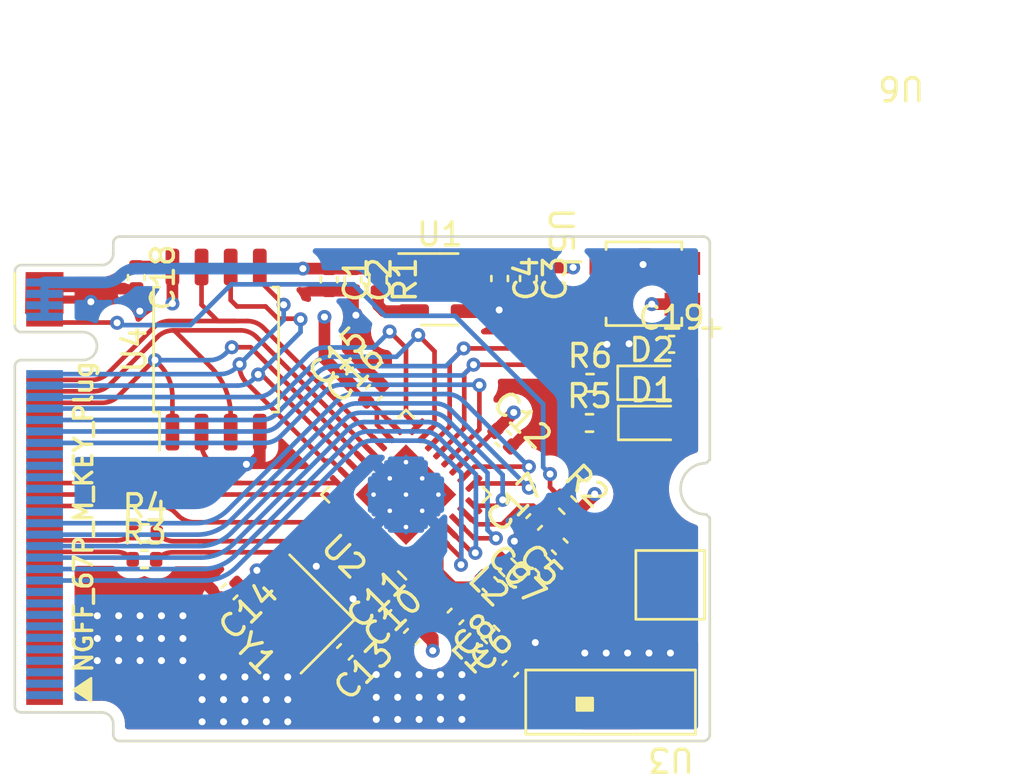
<source format=kicad_pcb>
(kicad_pcb (version 20211014) (generator pcbnew)
  (layers (0 "F.Cu" signal) (1 "In1.Cu" signal) (2 "In2.Cu" signal) (31 "B.Cu" signal) (34 "B.Paste" user) (35 "F.Paste" user) (36 "B.SilkS" user "B.Silkscreen") (37 "F.SilkS" user "F.Silkscreen") (38 "B.Mask" user) (39 "F.Mask" user) (44 "Edge.Cuts" user))
  (net 0 "")
  (net 2 "/GPIO0")
  (net 3 "/GPIO1")
  (net 4 "/GPIO2")
  (net 5 "/GPIO3")
  (net 6 "/GPIO4")
  (net 7 "/GPIO5")
  (net 8 "/GPIO6")
  (net 9 "/GPIO7")
  (net 10 "/GPIO8")
  (net 11 "/GPIO9")
  (net 12 "/GPIO10")
  (net 13 "/GPIO12")
  (net 14 "/GPIO13")
  (net 15 "/GPIO14")
  (net 16 "/GPIO18")
  (net 17 "/GPIO19")
  (net 18 "/U0RXD")
  (net 19 "/U0TXD")
  (net 20 "Net-(C6-Pad2)")
  (net 21 "Net-(C8-Pad1)")
  (net 22 "Net-(C9-Pad1)")
  (net 23 "Net-(C13-Pad1)")
  (net 24 "Net-(C14-Pad1)")
  (net 25 "/GPIO15")
  (net 26 "/GPIO16")
  (net 27 "/GPIO17")
  (net 28 "/GPIO21")
  (net 29 "/GPIO20")
  (net 33 "GND")
  (net 34 "+5V")
  (net 35 "/CHIP_EN")
  (net 36 "Net-(R1-Pad2)")
  (net 37 "+3V3")
  (net 72 "Net-(D1-Pad1)")
  (net 74 "Net-(D2-Pad1)")
  (footprint "Capacitor_SMD:C_0402_1005Metric" (layer "F.Cu") (at 96.5708 68.9356 -45)
    (fp_text reference "C12")
    (fp_text value "C")
  )
  (footprint "Resistor_SMD:R_0402_1005Metric" (layer "F.Cu") (at 100.332 68.2498)
    (fp_text reference "R5")
    (fp_text value "10K")
  )
  (footprint "Capacitor_SMD:C_0402_1005Metric" (layer "F.Cu") (at 99.0346 73.6346 135)
    (fp_text reference "C5")
    (fp_text value "10uF")
  )
  (footprint "Capacitor_SMD:C_0402_1005Metric" (layer "F.Cu") (at 96.41321 61.9506 -90)
    (fp_text reference "C4")
    (fp_text value "0.1uF")
  )
  (footprint "Capacitor_SMD:C_0402_1005Metric" (layer "F.Cu") (at 89.662 78.232 -135)
    (fp_text reference "C13")
    (fp_text value "10pF")
  )
  (footprint "Capacitor_SMD:C_0402_1005Metric" (layer "F.Cu") (at 91.855611 76.749589 45)
    (fp_text reference "C11")
    (fp_text value "1uF")
  )
  (footprint "LED_SMD:LED_0603_1608Metric" (layer "F.Cu") (at 103.0478 66.4972)
    (fp_text reference "D2")
    (fp_text value "LED")
  )
  (footprint "Capacitor_SMD:C_0402_1005Metric" (layer "F.Cu") (at 90.179497 66.17282 45)
    (fp_text reference "C15")
    (fp_text value "0.1uF")
  )
  (footprint "Capacitor_SMD:C_0402_1005Metric" (layer "F.Cu") (at 96.880624 78.973624 45)
    (fp_text reference "C6")
    (fp_text value "1.5pF")
  )
  (footprint "Capacitor_SMD:C_0402_1005Metric" (layer "F.Cu") (at 80.5688 61.909819 -90)
    (fp_text reference "C18")
    (fp_text value "0.1uF")
  )
  (footprint "Resistor_SMD:R_0402_1005Metric" (layer "F.Cu") (at 99.3902 71.8312 -45)
    (fp_text reference "R2")
    (fp_text value "10K")
  )
  (footprint "Package_DFN_QFN:QFN-32-1EP_5x5mm_P0.5mm_EP3.1x3.1mm_ThermalVias" (layer "F.Cu") (at 92.329 71.374 135)
    (fp_text reference "U2")
    (fp_text value "ESP32_C3_QFN_32")
  )
  (footprint "Resistor_SMD:R_0402_1005Metric" (layer "F.Cu") (at 100.3554 66.4972)
    (fp_text reference "R6")
    (fp_text value "10K")
  )
  (footprint "Capacitor_SMD:C_0402_1005Metric" (layer "F.Cu") (at 97.663 61.9506 -90)
    (fp_text reference "C3")
    (fp_text value "10uF")
  )
  (footprint "Resistor_SMD:R_0402_1005Metric" (layer "F.Cu") (at 80.9498 73.0504)
    (fp_text reference "R4")
    (fp_text value "499")
  )
  (footprint "mylib:ANT_2051" (layer "F.Cu") (at 104.951 81.823 180)
    (fp_text reference "U3")
    (fp_text value "ANT2051")
  )
  (footprint "Capacitor_SMD:C_0402_1005Metric" (layer "F.Cu") (at 97.917 72.5678 45)
    (fp_text reference "C17")
    (fp_text value "1uF")
  )
  (footprint "Capacitor_SMD:C_0402_1005Metric" (layer "F.Cu") (at 90.0176 62.0014 -90)
    (fp_text reference "C2")
    (fp_text value "0.1uF")
  )
  (footprint "Capacitor_SMD:C_0402_1005Metric" (layer "F.Cu") (at 96.012 75.311 -45)
    (fp_text reference "C9")
    (fp_text value "0.1uF")
  )
  (footprint "mylib:IPEX_ANT" (layer "F.Cu") (at 103.852 73.811 -90)
    (fp_text reference "U5")
    (fp_text value "IPEX_ANT")
  )
  (footprint "Capacitor_SMD:C_0402_1005Metric" (layer "F.Cu") (at 98.298 74.4474 135)
    (fp_text reference "C7")
    (fp_text value "0.1uF")
  )
  (footprint "Resistor_SMD:R_0402_1005Metric" (layer "F.Cu") (at 80.9244 74.1934)
    (fp_text reference "R3")
    (fp_text value "499")
  )
  (footprint "Resistor_SMD:R_0402_1005Metric" (layer "F.Cu") (at 96.774 74.549 135)
    (fp_text reference "L2")
    (fp_text value "2nH")
  )
  (footprint "Package_SO:SOIC-8_5.23x5.23mm_P1.27mm" (layer "F.Cu") (at 84.0486 65.0494 90)
    (fp_text reference "U4")
    (fp_text value "W25Q32JVSS")
  )
  (footprint "Package_TO_SOT_SMD:SOT-23-5" (layer "F.Cu") (at 93.805538 62.423004)
    (fp_text reference "U1")
    (fp_text value "RT9013")
  )
  (footprint "mylib:LED_SMT_4P_3535" (layer "F.Cu") (at 104.3805 63.07455 180)
    (fp_text reference "U6")
    (fp_text value "WS2812_3535")
  )
  (footprint "LED_SMD:LED_0603_1608Metric" (layer "F.Cu") (at 103.0732 68.2498)
    (fp_text reference "D1")
    (fp_text value "LED")
  )
  (footprint "Capacitor_SMD:C_0402_1005Metric" (layer "F.Cu") (at 92.583 77.5716 45)
    (fp_text reference "C10")
    (fp_text value "10uF")
  )
  (footprint "Resistor_SMD:R_0402_1005Metric" (layer "F.Cu") (at 96.012 77.47 135)
    (fp_text reference "L1")
    (fp_text value "3nH")
  )
  (footprint "Capacitor_SMD:C_0402_1005Metric" (layer "F.Cu") (at 94.488 76.687624 -135)
    (fp_text reference "C8")
    (fp_text value "0.8pF")
  )
  (footprint "Capacitor_SMD:C_0402_1005Metric" (layer "F.Cu") (at 103.9114 64.8208)
    (fp_text reference "C19")
    (fp_text value "10pF")
  )
  (footprint "Capacitor_SMD:C_0402_1005Metric" (layer "F.Cu") (at 90.932 66.929 45)
    (fp_text reference "C16")
    (fp_text value "0.1uF")
  )
  (footprint "Resistor_SMD:R_0402_1005Metric" (layer "F.Cu") (at 91.1098 62.0014 -90)
    (fp_text reference "R1")
    (fp_text value "100K")
  )
  (footprint "Capacitor_SMD:C_0402_1005Metric" (layer "F.Cu") (at 84.6395 75.60293 -135)
    (fp_text reference "C14")
    (fp_text value "10pF")
  )
  (footprint "mylib:NGFF_2230_67P_P0.5_M_KEY_Plug_复制(copy)" (layer "F.Cu") (at 76.5683 71.12 90)
    (fp_text reference "J1" hide)
    (fp_text value "NGFF_67P_M_KEY_Plug")
    (fp_line (start 1.27 29.0068) (end 1.1176 28.8544) (layer "Edge.Cuts") (width 0.1))
    (fp_line (start -1.27 29.0068) (end -1.1176 28.8544) (layer "Edge.Cuts") (width 0.1))
    (fp_line (start -10.7188 2.9972) (end -10.2616 2.9972) (layer "Edge.Cuts") (width 0.1))
    (fp_line (start 9.7536 2.4892) (end 9.7536 -1.016) (layer "Edge.Cuts") (width 0.1))
    (fp_line (start 5.6134 1.6764) (end 5.6134 -1.016) (layer "Edge.Cuts") (width 0.1))
    (fp_line (start 6.8326 1.6764) (end 6.8326 -1.016) (layer "Edge.Cuts") (width 0.1))
    (fp_line (start -9.7536 2.4892) (end -9.7536 -1.016) (layer "Edge.Cuts") (width 0.1))
    (fp_line (start 10.7188 2.9972) (end 10.2616 2.9972) (layer "Edge.Cuts") (width 0.1))
    (fp_line (start -10.9982 28.7274) (end -10.9982 3.2766) (layer "Edge.Cuts") (width 0.1))
    (fp_line (start 10.9982 28.7274) (end 10.9982 3.2766) (layer "Edge.Cuts") (width 0.1))
    (fp_line (start 1.27 29.0068) (end 10.7188 29.0068) (layer "Edge.Cuts") (width 0.1))
    (fp_line (start -9.4742 -1.2954) (end 5.334 -1.2954) (layer "Edge.Cuts") (width 0.1))
    (fp_line (start -10.7188 29.0068) (end -1.27 29.0068) (layer "Edge.Cuts") (width 0.1))
    (fp_arc (start 10.9982 28.7274) (mid 10.916366 28.924966) (end 10.7188 29.0068) (layer "Edge.Cuts") (width 0.1))
    (fp_arc (start -9.7536 -1.016) (mid -9.671766 -1.213566) (end -9.4742 -1.2954) (layer "Edge.Cuts") (width 0.1))
    (fp_arc (start -9.7536 2.4892) (mid -9.90239 2.84841) (end -10.2616 2.9972) (layer "Edge.Cuts") (width 0.1))
    (fp_arc (start 6.8326 1.6764) (mid 6.223 2.286) (end 5.6134 1.6764) (layer "Edge.Cuts") (width 0.1))
    (fp_arc (start 6.8326 -1.016) (mid 6.914434 -1.213566) (end 7.112 -1.2954) (layer "Edge.Cuts") (width 0.1))
    (fp_arc (start -10.9982 3.2766) (mid -10.916366 3.079034) (end -10.7188 2.9972) (layer "Edge.Cuts") (width 0.1))
    (fp_arc (start -1.1176 28.8544) (mid 0 27.7368) (end 1.1176 28.8544) (layer "Edge.Cuts") (width 0.1))
    (fp_arc (start 9.4742 -1.2954) (mid 9.671766 -1.213566) (end 9.7536 -1.016) (layer "Edge.Cuts") (width 0.1))
    (fp_arc (start 10.7188 2.9972) (mid 10.916366 3.079034) (end 10.9982 3.2766) (layer "Edge.Cuts") (width 0.1))
    (fp_arc (start 10.2616 2.9972) (mid 9.90239 2.84841) (end 9.7536 2.4892) (layer "Edge.Cuts") (width 0.1))
    (fp_arc (start -10.7188 29.0068) (mid -10.916366 28.924966) (end -10.9982 28.7274) (layer "Edge.Cuts") (width 0.1))
    (fp_arc (start 5.334 -1.2954) (mid 5.531566 -1.213566) (end 5.6134 -1.016) (layer "Edge.Cuts") (width 0.1))
  )
  (footprint "Crystal:Crystal_SMD_3225-4Pin_3.2x2.5mm" (layer "F.Cu") (at 87.503 76.581 135)
    (fp_text reference "Y1")
    (fp_text value "Crystal_GND24")
  )
  (footprint "Capacitor_SMD:C_0402_1005Metric" (layer "F.Cu") (at 88.9762 62.0014 -90)
    (fp_text reference "C1")
    (fp_text value "10uF")
  )
  (segment (start 94.727572 74.128172) (end 93.875796 73.276396) (width 0.2032) (layer "F.Cu") (net 2))
  (segment (start 93.875796 73.276396) (end 93.875796 73.274349) (width 0.2032) (layer "F.Cu") (net 2))
  (segment (start 94.727572 74.434023) (end 94.727572 74.128172) (width 0.2032) (layer "F.Cu") (net 2))
  (via (at 94.727572 74.434023) (size 0.6096) (drill 0.3048) (layers "F.Cu" "B.Cu") (net 2))
  (segment (start 90.162843 69.314293) (end 84.942922 74.534214) (width 0.2032) (layer "B.Cu") (net 2))
  (segment (start 94.742 74.419595) (end 94.742 70.4342) (width 0.2032) (layer "B.Cu") (net 2))
  (segment (start 94.727572 74.434023) (end 94.742 74.419595) (width 0.2032) (layer "B.Cu") (net 2))
  (segment (start 83.528709 75.12) (end 76.5683 75.12) (width 0.2032) (layer "B.Cu") (net 2))
  (segment (start 94.742 70.4342) (end 93.622093 69.314293) (width 0.2032) (layer "B.Cu") (net 2))
  (segment (start 92.914986 69.0214) (end 90.86995 69.0214) (width 0.2032) (layer "B.Cu") (net 2))
  (arc (start 93.622093 69.314293) (mid 93.29767 69.09752) (end 92.914986 69.0214) (width 0.2032) (layer "B.Cu") (net 2))
  (arc (start 84.942922 74.534214) (mid 84.294076 74.967759) (end 83.528709 75.12) (width 0.2032) (layer "B.Cu") (net 2))
  (arc (start 90.162843 69.314293) (mid 90.487266 69.09752) (end 90.86995 69.0214) (width 0.2032) (layer "B.Cu") (net 2))
  (segment (start 95.3516 73.914) (end 95.2246 73.914) (width 0.2032) (layer "F.Cu") (net 3))
  (segment (start 94.231396 72.920796) (end 94.229349 72.920796) (width 0.2032) (layer "F.Cu") (net 3))
  (segment (start 95.2246 73.914) (end 94.231396 72.920796) (width 0.2032) (layer "F.Cu") (net 3))
  (via (at 95.3516 73.914) (size 0.6096) (drill 0.3048) (layers "F.Cu" "B.Cu") (net 3))
  (segment (start 89.994507 68.907893) (end 84.868186 74.034214) (width 0.2032) (layer "B.Cu") (net 3))
  (segment (start 95.377 70.494464) (end 93.790429 68.907893) (width 0.2032) (layer "B.Cu") (net 3))
  (segment (start 95.3516 73.914) (end 95.377 73.8886) (width 0.2032) (layer "B.Cu") (net 3))
  (segment (start 93.083322 68.615) (end 90.701614 68.615) (width 0.2032) (layer "B.Cu") (net 3))
  (segment (start 83.453973 74.62) (end 76.5683 74.62) (width 0.2032) (layer "B.Cu") (net 3))
  (segment (start 95.377 73.8886) (end 95.377 70.494464) (width 0.2032) (layer "B.Cu") (net 3))
  (arc (start 89.994507 68.907893) (mid 90.31893 68.69112) (end 90.701614 68.615) (width 0.2032) (layer "B.Cu") (net 3))
  (arc (start 84.868186 74.034214) (mid 84.21934 74.467759) (end 83.453973 74.62) (width 0.2032) (layer "B.Cu") (net 3))
  (arc (start 93.790429 68.907893) (mid 93.466006 68.69112) (end 93.083322 68.615) (width 0.2032) (layer "B.Cu") (net 3))
  (segment (start 95.3003 73.2785) (end 94.589043 72.567243) (width 0.2032) (layer "F.Cu") (net 4))
  (segment (start 94.589043 72.567243) (end 94.582903 72.567243) (width 0.2032) (layer "F.Cu") (net 4))
  (segment (start 96.251166 73.2785) (end 95.3003 73.2785) (width 0.2032) (layer "F.Cu") (net 4))
  (via (at 96.251166 73.2785) (size 0.6096) (drill 0.3048) (layers "F.Cu" "B.Cu") (net 4))
  (segment (start 83.379373 74.12) (end 76.5683 74.12) (width 0.2032) (layer "B.Cu") (net 4))
  (segment (start 96.251166 73.2785) (end 95.885 72.912334) (width 0.2032) (layer "B.Cu") (net 4))
  (segment (start 95.885 70.427728) (end 93.958765 68.501493) (width 0.2032) (layer "B.Cu") (net 4))
  (segment (start 93.251658 68.2086) (end 90.533414 68.2086) (width 0.2032) (layer "B.Cu") (net 4))
  (segment (start 89.826307 68.501493) (end 84.793586 73.534214) (width 0.2032) (layer "B.Cu") (net 4))
  (segment (start 95.885 72.912334) (end 95.885 70.427728) (width 0.2032) (layer "B.Cu") (net 4))
  (arc (start 84.793586 73.534214) (mid 84.14474 73.967759) (end 83.379373 74.12) (width 0.2032) (layer "B.Cu") (net 4))
  (arc (start 89.826307 68.501493) (mid 90.15073 68.28472) (end 90.533414 68.2086) (width 0.2032) (layer "B.Cu") (net 4))
  (arc (start 93.251658 68.2086) (mid 93.634341 68.28472) (end 93.958765 68.501493) (width 0.2032) (layer "B.Cu") (net 4))
  (segment (start 96.5454 71.6026) (end 96.287864 71.860136) (width 0.2032) (layer "F.Cu") (net 5))
  (segment (start 96.287864 71.860136) (end 95.29001 71.860136) (width 0.2032) (layer "F.Cu") (net 5))
  (via (at 96.5454 71.6026) (size 0.6096) (drill 0.3048) (layers "F.Cu" "B.Cu") (net 5))
  (segment (start 96.5454 70.513392) (end 94.127101 68.095093) (width 0.2032) (layer "B.Cu") (net 5))
  (segment (start 89.657971 68.095093) (end 84.71885 73.034214) (width 0.2032) (layer "B.Cu") (net 5))
  (segment (start 83.304637 73.62) (end 76.5683 73.62) (width 0.2032) (layer "B.Cu") (net 5))
  (segment (start 96.5454 71.6026) (end 96.5454 70.513392) (width 0.2032) (layer "B.Cu") (net 5))
  (segment (start 93.419994 67.8022) (end 90.365078 67.8022) (width 0.2032) (layer "B.Cu") (net 5))
  (arc (start 93.419994 67.8022) (mid 93.802677 67.87832) (end 94.127101 68.095093) (width 0.2032) (layer "B.Cu") (net 5))
  (arc (start 89.657971 68.095093) (mid 89.982394 67.87832) (end 90.365078 67.8022) (width 0.2032) (layer "B.Cu") (net 5))
  (arc (start 84.71885 73.034214) (mid 84.070004 73.467759) (end 83.304637 73.62) (width 0.2032) (layer "B.Cu") (net 5))
  (segment (start 97.500431 70.887864) (end 95.29001 70.887864) (width 0.2032) (layer "F.Cu") (net 6))
  (segment (start 97.685746 71.073179) (end 97.500431 70.887864) (width 0.2032) (layer "F.Cu") (net 6))
  (via (at 97.685746 71.073179) (size 0.6096) (drill 0.3048) (layers "F.Cu" "B.Cu") (net 6))
  (segment (start 97.679923 71.073179) (end 94.295437 67.688693) (width 0.2032) (layer "B.Cu") (net 6))
  (segment (start 89.489635 67.688693) (end 84.644114 72.534214) (width 0.2032) (layer "B.Cu") (net 6))
  (segment (start 97.685746 71.073179) (end 97.679923 71.073179) (width 0.2032) (layer "B.Cu") (net 6))
  (segment (start 83.229901 73.12) (end 76.5683 73.12) (width 0.2032) (layer "B.Cu") (net 6))
  (segment (start 93.58833 67.3958) (end 90.196742 67.3958) (width 0.2032) (layer "B.Cu") (net 6))
  (arc (start 83.229901 73.12) (mid 83.995268 72.967759) (end 84.644114 72.534214) (width 0.2032) (layer "B.Cu") (net 6))
  (arc (start 93.58833 67.3958) (mid 93.971013 67.47192) (end 94.295437 67.688693) (width 0.2032) (layer "B.Cu") (net 6))
  (arc (start 89.489635 67.688693) (mid 89.814058 67.47192) (end 90.196742 67.3958) (width 0.2032) (layer "B.Cu") (net 6))
  (segment (start 94.936456 70.534311) (end 95.315967 70.1548) (width 0.2032) (layer "F.Cu") (net 7))
  (segment (start 95.315967 70.1548) (end 97.6884 70.1548) (width 0.2032) (layer "F.Cu") (net 7))
  (via (at 97.6884 70.1548) (size 0.6096) (drill 0.3048) (layers "F.Cu" "B.Cu") (net 7))
  (segment (start 89.321299 67.282293) (end 84.569378 72.034214) (width 0.2032) (layer "B.Cu") (net 7))
  (segment (start 83.155165 72.62) (end 76.5683 72.62) (width 0.2032) (layer "B.Cu") (net 7))
  (segment (start 97.6884 70.1548) (end 94.815893 67.282293) (width 0.2032) (layer "B.Cu") (net 7))
  (segment (start 94.108786 66.9894) (end 90.028406 66.9894) (width 0.2032) (layer "B.Cu") (net 7))
  (arc (start 90.028406 66.9894) (mid 89.645723 67.06552) (end 89.321299 67.282293) (width 0.2032) (layer "B.Cu") (net 7))
  (arc (start 94.108786 66.9894) (mid 94.491469 67.06552) (end 94.815893 67.282293) (width 0.2032) (layer "B.Cu") (net 7))
  (arc (start 83.155165 72.62) (mid 83.920532 72.467759) (end 84.569378 72.034214) (width 0.2032) (layer "B.Cu") (net 7))
  (segment (start 95.5294 68.527153) (end 94.229349 69.827204) (width 0.2032) (layer "F.Cu") (net 8))
  (segment (start 95.5294 66.5988) (end 95.5294 68.527153) (width 0.2032) (layer "F.Cu") (net 8))
  (via (at 95.5294 66.5988) (size 0.6096) (drill 0.3048) (layers "F.Cu" "B.Cu") (net 8))
  (segment (start 86.15533 69.12) (end 76.5683 69.12) (width 0.2032) (layer "B.Cu") (net 8))
  (segment (start 95.5294 66.5988) (end 95.5136 66.583) (width 0.2032) (layer "B.Cu") (net 8))
  (segment (start 88.813651 66.875893) (end 86.862437 68.827107) (width 0.2032) (layer "B.Cu") (net 8))
  (segment (start 95.5136 66.583) (end 89.520758 66.583) (width 0.2032) (layer "B.Cu") (net 8))
  (arc (start 86.862437 68.827107) (mid 86.538014 69.04388) (end 86.15533 69.12) (width 0.2032) (layer "B.Cu") (net 8))
  (arc (start 88.813651 66.875893) (mid 89.138074 66.65912) (end 89.520758 66.583) (width 0.2032) (layer "B.Cu") (net 8))
  (segment (start 98.425 65.7098) (end 99.2124 66.4972) (width 0.2032) (layer "F.Cu") (net 9))
  (segment (start 99.2124 66.4972) (end 99.8454 66.4972) (width 0.2032) (layer "F.Cu") (net 9))
  (segment (start 95.2754 65.7098) (end 94.869 66.1162) (width 0.2032) (layer "F.Cu") (net 9))
  (segment (start 94.869 68.480447) (end 93.875796 69.473651) (width 0.2032) (layer "F.Cu") (net 9))
  (segment (start 94.869 66.1162) (end 94.869 68.480447) (width 0.2032) (layer "F.Cu") (net 9))
  (segment (start 95.2754 65.7098) (end 98.425 65.7098) (width 0.2032) (layer "F.Cu") (net 9))
  (via (at 95.2754 65.7098) (size 0.6096) (drill 0.3048) (layers "F.Cu" "B.Cu") (net 9))
  (segment (start 94.8086 66.1766) (end 89.352422 66.1766) (width 0.2032) (layer "B.Cu") (net 9))
  (segment (start 95.2754 65.7098) (end 94.8086 66.1766) (width 0.2032) (layer "B.Cu") (net 9))
  (segment (start 88.645315 66.469493) (end 86.787701 68.327107) (width 0.2032) (layer "B.Cu") (net 9))
  (segment (start 86.080594 68.62) (end 76.5683 68.62) (width 0.2032) (layer "B.Cu") (net 9))
  (arc (start 88.645315 66.469493) (mid 88.969738 66.25272) (end 89.352422 66.1766) (width 0.2032) (layer "B.Cu") (net 9))
  (arc (start 86.080594 68.62) (mid 86.463277 68.54388) (end 86.787701 68.327107) (width 0.2032) (layer "B.Cu") (net 9))
  (segment (start 97.5868 64.9986) (end 99.51085 63.07455) (width 0.2032) (layer "F.Cu") (net 10))
  (segment (start 94.8436 64.9986) (end 97.5868 64.9986) (width 0.2032) (layer "F.Cu") (net 10))
  (segment (start 99.51085 63.07455) (end 101.1055 63.07455) (width 0.2032) (layer "F.Cu") (net 10))
  (segment (start 94.234 68.4022) (end 93.522243 69.113957) (width 0.2032) (layer "F.Cu") (net 10))
  (segment (start 93.522243 69.113957) (end 93.522243 69.120097) (width 0.2032) (layer "F.Cu") (net 10))
  (segment (start 94.234 65.6082) (end 94.234 68.4022) (width 0.2032) (layer "F.Cu") (net 10))
  (segment (start 94.8436 64.9986) (end 94.234 65.6082) (width 0.2032) (layer "F.Cu") (net 10))
  (via (at 94.8436 64.9986) (size 0.6096) (drill 0.3048) (layers "F.Cu" "B.Cu") (net 10))
  (segment (start 86.000258 68.12) (end 86.003058 68.1228) (width 0.2032) (layer "B.Cu") (net 10))
  (segment (start 89.184086 65.7702) (end 94.072 65.7702) (width 0.2032) (layer "B.Cu") (net 10))
  (segment (start 76.5683 68.12) (end 86.000258 68.12) (width 0.2032) (layer "B.Cu") (net 10))
  (segment (start 86.710165 67.829907) (end 88.476979 66.063093) (width 0.2032) (layer "B.Cu") (net 10))
  (segment (start 94.072 65.7702) (end 94.8436 64.9986) (width 0.2032) (layer "B.Cu") (net 10))
  (arc (start 86.003058 68.1228) (mid 86.385741 68.04668) (end 86.710165 67.829907) (width 0.2032) (layer "B.Cu") (net 10))
  (arc (start 88.476979 66.063093) (mid 88.801402 65.84632) (end 89.184086 65.7702) (width 0.2032) (layer "B.Cu") (net 10))
  (segment (start 93.5736 65.1256) (end 93.5736 68.361633) (width 0.2032) (layer "F.Cu") (net 11))
  (segment (start 93.5736 68.361633) (end 93.168689 68.766544) (width 0.2032) (layer "F.Cu") (net 11))
  (segment (start 92.8624 64.4144) (end 93.5736 65.1256) (width 0.2032) (layer "F.Cu") (net 11))
  (via (at 92.8624 64.4144) (size 0.6096) (drill 0.3048) (layers "F.Cu" "B.Cu") (net 11))
  (segment (start 85.931122 67.62) (end 76.5683 67.62) (width 0.2032) (layer "B.Cu") (net 11))
  (segment (start 92.8624 64.4144) (end 91.913 65.3638) (width 0.2032) (layer "B.Cu") (net 11))
  (segment (start 91.913 65.3638) (end 89.01575 65.3638) (width 0.2032) (layer "B.Cu") (net 11))
  (segment (start 88.308643 65.656693) (end 86.638229 67.327107) (width 0.2032) (layer "B.Cu") (net 11))
  (arc (start 88.308643 65.656693) (mid 88.633066 65.43992) (end 89.01575 65.3638) (width 0.2032) (layer "B.Cu") (net 11))
  (arc (start 86.638229 67.327107) (mid 86.313806 67.54388) (end 85.931122 67.62) (width 0.2032) (layer "B.Cu") (net 11))
  (segment (start 92.329 64.9732) (end 91.6178 64.262) (width 0.2032) (layer "F.Cu") (net 12))
  (segment (start 92.815136 68.41299) (end 92.329 67.926854) (width 0.2032) (layer "F.Cu") (net 12))
  (segment (start 92.329 67.926854) (end 92.329 64.9732) (width 0.2032) (layer "F.Cu") (net 12))
  (via (at 91.6178 64.262) (size 0.6096) (drill 0.3048) (layers "F.Cu" "B.Cu") (net 12))
  (segment (start 76.5683 67.12) (end 85.818111 67.12) (width 0.2032) (layer "B.Cu") (net 12))
  (segment (start 86.525218 66.827107) (end 88.102032 65.250293) (width 0.2032) (layer "B.Cu") (net 12))
  (segment (start 88.809139 64.9574) (end 90.9224 64.9574) (width 0.2032) (layer "B.Cu") (net 12))
  (segment (start 90.9224 64.9574) (end 91.6178 64.262) (width 0.2032) (layer "B.Cu") (net 12))
  (arc (start 88.102032 65.250293) (mid 88.426455 65.03352) (end 88.809139 64.9574) (width 0.2032) (layer "B.Cu") (net 12))
  (arc (start 86.525218 66.827107) (mid 86.200795 67.04388) (end 85.818111 67.12) (width 0.2032) (layer "B.Cu") (net 12))
  (segment (start 84.8614 63.8048) (end 85.406246 63.8048) (width 0.2032) (layer "F.Cu") (net 13))
  (segment (start 84.1248 63.8048) (end 84.8614 63.8048) (width 0.2032) (layer "F.Cu") (net 13))
  (segment (start 79.337893 66.077107) (end 81.317307 64.097693) (width 0.2032) (layer "F.Cu") (net 13))
  (segment (start 82.024414 63.8048) (end 84.8614 63.8048) (width 0.2032) (layer "F.Cu") (net 13))
  (segment (start 86.113353 64.097693) (end 91.135757 69.120097) (width 0.2032) (layer "F.Cu") (net 13))
  (segment (start 83.4136 61.4494) (end 83.4136 63.0936) (width 0.2032) (layer "F.Cu") (net 13))
  (segment (start 76.5683 66.37) (end 78.630786 66.37) (width 0.2032) (layer "F.Cu") (net 13))
  (segment (start 83.4136 63.0936) (end 84.1248 63.8048) (width 0.2032) (layer "F.Cu") (net 13))
  (arc (start 81.317307 64.097693) (mid 81.64173 63.88092) (end 82.024414 63.8048) (width 0.2032) (layer "F.Cu") (net 13))
  (arc (start 78.630786 66.37) (mid 79.013469 66.29388) (end 79.337893 66.077107) (width 0.2032) (layer "F.Cu") (net 13))
  (arc (start 85.406246 63.8048) (mid 85.78893 63.88092) (end 86.113353 64.097693) (width 0.2032) (layer "F.Cu") (net 13))
  (segment (start 90.782204 69.471604) (end 90.782204 69.473651) (width 0.2032) (layer "F.Cu") (net 14))
  (segment (start 81.485643 64.504093) (end 81.321336 64.6684) (width 0.2032) (layer "F.Cu") (net 14))
  (segment (start 83.80492 65.79632) (end 82.2198 64.2112) (width 0.2032) (layer "F.Cu") (net 14))
  (segment (start 82.19275 64.2112) (end 85.107586 64.2112) (width 0.2032) (layer "F.Cu") (net 14))
  (segment (start 78.705522 66.87) (end 76.5683 66.87) (width 0.2032) (layer "F.Cu") (net 14))
  (segment (start 85.814693 64.504093) (end 90.782204 69.471604) (width 0.2032) (layer "F.Cu") (net 14))
  (segment (start 84.6836 68.6494) (end 84.6836 67.917641) (width 0.2032) (layer "F.Cu") (net 14))
  (segment (start 82.2198 64.2112) (end 82.19275 64.2112) (width 0.2032) (layer "F.Cu") (net 14))
  (segment (start 81.372136 64.6176) (end 80.906968 65.082768) (width 0.2032) (layer "F.Cu") (net 14))
  (segment (start 82.237386 64.2112) (end 82.19275 64.2112) (width 0.2032) (layer "F.Cu") (net 14))
  (segment (start 80.906968 65.082768) (end 79.412629 66.577107) (width 0.2032) (layer "F.Cu") (net 14))
  (segment (start 81.321336 64.6684) (end 80.906968 65.082768) (width 0.2032) (layer "F.Cu") (net 14))
  (arc (start 83.80492 65.79632) (mid 84.455239 66.76959) (end 84.6836 67.917641) (width 0.2032) (layer "F.Cu") (net 14))
  (arc (start 78.705522 66.87) (mid 79.088205 66.79388) (end 79.412629 66.577107) (width 0.2032) (layer "F.Cu") (net 14))
  (arc (start 81.485643 64.504093) (mid 81.810066 64.28732) (end 82.19275 64.2112) (width 0.2032) (layer "F.Cu") (net 14))
  (arc (start 85.107586 64.2112) (mid 85.490269 64.28732) (end 85.814693 64.504093) (width 0.2032) (layer "F.Cu") (net 14))
  (segment (start 90.428651 69.821972) (end 90.428651 69.827204) (width 0.2032) (layer "F.Cu") (net 15))
  (segment (start 81.3519 65.5109) (end 79.785693 67.077107) (width 0.2032) (layer "F.Cu") (net 15))
  (segment (start 84.7344 64.9478) (end 85.554479 64.9478) (width 0.2032) (layer "F.Cu") (net 15))
  (segment (start 79.078586 67.37) (end 76.5683 67.37) (width 0.2032) (layer "F.Cu") (net 15))
  (segment (start 82.1436 68.6494) (end 82.1436 67.101327) (width 0.2032) (layer "F.Cu") (net 15))
  (segment (start 81.3816 65.5109) (end 81.3519 65.5109) (width 0.2032) (layer "F.Cu") (net 15))
  (segment (start 81.557813 65.687113) (end 81.3816 65.5109) (width 0.2032) (layer "F.Cu") (net 15))
  (segment (start 85.554479 64.9478) (end 90.428651 69.821972) (width 0.2032) (layer "F.Cu") (net 15))
  (via (at 81.3816 65.5109) (size 0.6096) (drill 0.3048) (layers "F.Cu" "B.Cu") (net 15))
  (via (at 84.7344 64.9478) (size 0.6096) (drill 0.3048) (layers "F.Cu" "B.Cu") (net 15))
  (arc (start 79.785693 67.077107) (mid 79.46127 67.29388) (end 79.078586 67.37) (width 0.2032) (layer "F.Cu") (net 15))
  (arc (start 82.1436 67.101327) (mid 81.991359 66.33596) (end 81.557813 65.687113) (width 0.2032) (layer "F.Cu") (net 15))
  (segment (start 81.3816 65.5109) (end 83.757086 65.5109) (width 0.2032) (layer "B.Cu") (net 15))
  (segment (start 84.464193 65.218007) (end 84.7344 64.9478) (width 0.2032) (layer "B.Cu") (net 15))
  (arc (start 84.464193 65.218007) (mid 84.13977 65.43478) (end 83.757086 65.5109) (width 0.2032) (layer "B.Cu") (net 15))
  (segment (start 88.877854 71.37) (end 89.36799 71.860136) (width 0.2032) (layer "F.Cu") (net 16))
  (segment (start 76.5683 71.37) (end 88.877854 71.37) (width 0.2032) (layer "F.Cu") (net 16))
  (segment (start 89.3445 72.5805) (end 89.711311 72.213689) (width 0.2032) (layer "F.Cu") (net 17))
  (segment (start 82.272093 72.162893) (end 82.396807 72.287607) (width 0.2032) (layer "F.Cu") (net 17))
  (segment (start 76.5683 71.87) (end 81.564986 71.87) (width 0.2032) (layer "F.Cu") (net 17))
  (segment (start 89.711311 72.213689) (end 89.721544 72.213689) (width 0.2032) (layer "F.Cu") (net 17))
  (segment (start 83.103914 72.5805) (end 89.3445 72.5805) (width 0.2032) (layer "F.Cu") (net 17))
  (arc (start 82.272093 72.162893) (mid 81.94767 71.94612) (end 81.564986 71.87) (width 0.2032) (layer "F.Cu") (net 17))
  (arc (start 82.396807 72.287607) (mid 82.72123 72.50438) (end 83.103914 72.5805) (width 0.2032) (layer "F.Cu") (net 17))
  (segment (start 80.413093 73.077107) (end 80.4398 73.0504) (width 0.2032) (layer "F.Cu") (net 18))
  (segment (start 76.5683 73.37) (end 79.705986 73.37) (width 0.2032) (layer "F.Cu") (net 18))
  (arc (start 80.413093 73.077107) (mid 80.08867 73.29388) (end 79.705986 73.37) (width 0.2032) (layer "F.Cu") (net 18))
  (segment (start 80.383893 74.162893) (end 80.4144 74.1934) (width 0.2032) (layer "F.Cu") (net 19))
  (segment (start 76.5683 73.87) (end 79.676786 73.87) (width 0.2032) (layer "F.Cu") (net 19))
  (arc (start 79.676786 73.87) (mid 80.059469 73.94612) (end 80.383893 74.162893) (width 0.2032) (layer "F.Cu") (net 19))
  (segment (start 96.416446 77.830624) (end 97.220035 78.634213) (width 0.2032) (layer "F.Cu") (net 20))
  (segment (start 102.174427 75.311) (end 102.852 75.311) (width 0.2032) (layer "F.Cu") (net 20))
  (segment (start 97.220385 78.634213) (end 98.701 80.114828) (width 0.2032) (layer "F.Cu") (net 20))
  (segment (start 98.701 80.423) (end 98.701 79.198641) (width 0.2032) (layer "F.Cu") (net 20))
  (segment (start 98.701 80.114828) (end 98.701 80.423) (width 0.2032) (layer "F.Cu") (net 20))
  (segment (start 96.372624 77.830624) (end 96.416446 77.830624) (width 0.2032) (layer "F.Cu") (net 20))
  (segment (start 97.220035 78.634213) (end 97.220385 78.634213) (width 0.2032) (layer "F.Cu") (net 20))
  (segment (start 99.57968 77.07732) (end 100.760214 75.896786) (width 0.2032) (layer "F.Cu") (net 20))
  (arc (start 98.701 79.198641) (mid 98.929362 78.05059) (end 99.57968 77.07732) (width 0.2032) (layer "F.Cu") (net 20))
  (arc (start 102.174427 75.311) (mid 101.40906 75.463241) (end 100.760214 75.896786) (width 0.2032) (layer "F.Cu") (net 20))
  (segment (start 92.815136 74.33501) (end 92.815136 74.335938) (width 0.2032) (layer "F.Cu") (net 21))
  (segment (start 94.890213 76.348213) (end 95.651376 77.109376) (width 0.2032) (layer "F.Cu") (net 21))
  (segment (start 94.827411 76.348213) (end 94.890213 76.348213) (width 0.2032) (layer "F.Cu") (net 21))
  (segment (start 92.815136 74.335938) (end 94.827411 76.348213) (width 0.2032) (layer "F.Cu") (net 21))
  (segment (start 96.413376 74.188376) (end 96.413376 74.230802) (width 0.2032) (layer "F.Cu") (net 22))
  (segment (start 95.383978 75.2602) (end 95.672589 74.971589) (width 0.2032) (layer "F.Cu") (net 22))
  (segment (start 93.8657 73.97136) (end 93.8657 74.6887) (width 0.2032) (layer "F.Cu") (net 22))
  (segment (start 93.522243 73.627903) (end 93.8657 73.97136) (width 0.2032) (layer "F.Cu") (net 22))
  (segment (start 94.4372 75.2602) (end 95.383978 75.2602) (width 0.2032) (layer "F.Cu") (net 22))
  (segment (start 93.168689 73.981456) (end 93.168689 73.991689) (width 0.2032) (layer "F.Cu") (net 22))
  (segment (start 93.8657 74.6887) (end 94.4372 75.2602) (width 0.2032) (layer "F.Cu") (net 22))
  (segment (start 93.168689 73.991689) (end 93.8657 74.6887) (width 0.2032) (layer "F.Cu") (net 22))
  (segment (start 96.413376 74.230802) (end 95.672589 74.971589) (width 0.2032) (layer "F.Cu") (net 22))
  (segment (start 90.001411 77.892589) (end 90.001411 77.87733) (width 0.2032) (layer "F.Cu") (net 23))
  (segment (start 90.001411 77.87733) (end 88.881858 76.757777) (width 0.2032) (layer "F.Cu") (net 23))
  (segment (start 91.135757 73.627903) (end 89.174751 75.588909) (width 0.2032) (layer "F.Cu") (net 23))
  (segment (start 88.881858 76.296016) (end 88.881858 76.757777) (width 0.2032) (layer "F.Cu") (net 23))
  (arc (start 88.881858 76.296016) (mid 88.957978 75.913333) (end 89.174751 75.588909) (width 0.2032) (layer "F.Cu") (net 23))
  (segment (start 87.139586 76.5302) (end 86.250119 76.5302) (width 0.2032) (layer "F.Cu") (net 24))
  (segment (start 84.978911 75.263519) (end 84.983438 75.263519) (width 0.2032) (layer "F.Cu") (net 24))
  (segment (start 90.782204 73.274349) (end 90.782204 73.301796) (width 0.2032) (layer "F.Cu") (net 24))
  (segment (start 90.782204 73.301796) (end 87.846693 76.237307) (width 0.2032) (layer "F.Cu") (net 24))
  (segment (start 84.983438 75.263519) (end 86.124142 76.404223) (width 0.2032) (layer "F.Cu") (net 24))
  (segment (start 86.250119 76.5302) (end 86.124142 76.404223) (width 0.2032) (layer "F.Cu") (net 24))
  (arc (start 87.139586 76.5302) (mid 87.522269 76.45408) (end 87.846693 76.237307) (width 0.2032) (layer "F.Cu") (net 24))
  (segment (start 84.6836 62.8904) (end 84.6836 61.4494) (width 0.2032) (layer "F.Cu") (net 25))
  (segment (start 84.963 63.1698) (end 84.6836 62.8904) (width 0.2032) (layer "F.Cu") (net 25))
  (segment (start 84.963 63.1698) (end 86.2076 63.1698) (width 0.2032) (layer "F.Cu") (net 25))
  (segment (start 87.7062 63.7032) (end 86.741 63.7032) (width 0.2032) (layer "F.Cu") (net 25))
  (segment (start 86.2076 63.1698) (end 86.741 63.7032) (width 0.2032) (layer "F.Cu") (net 25))
  (segment (start 85.88214 66.13686) (end 86.0312 66.13686) (width 0.2032) (layer "F.Cu") (net 25))
  (segment (start 87.7316 63.7286) (end 87.7062 63.7032) (width 0.2032) (layer "F.Cu") (net 25))
  (segment (start 86.0312 66.13686) (end 90.075097 70.180757) (width 0.2032) (layer "F.Cu") (net 25))
  (via (at 85.88214 66.13686) (size 0.6096) (drill 0.3048) (layers "F.Cu" "B.Cu") (net 25))
  (via (at 87.7316 63.7286) (size 0.6096) (drill 0.3048) (layers "F.Cu" "B.Cu") (net 25))
  (segment (start 85.88214 66.13686) (end 87.7316 64.2874) (width 0.2032) (layer "B.Cu") (net 25))
  (segment (start 84.984786 66.62) (end 76.5683 66.62) (width 0.2032) (layer "B.Cu") (net 25))
  (segment (start 87.7316 64.2874) (end 87.7316 63.7286) (width 0.2032) (layer "B.Cu") (net 25))
  (segment (start 85.88214 66.13686) (end 85.691893 66.327107) (width 0.2032) (layer "B.Cu") (net 25))
  (arc (start 84.984786 66.62) (mid 85.367469 66.54388) (end 85.691893 66.327107) (width 0.2032) (layer "B.Cu") (net 25))
  (segment (start 89.088033 69.9008) (end 88.782561 69.9008) (width 0.2032) (layer "F.Cu") (net 26))
  (segment (start 88.782561 69.9008) (end 85.365972 66.484211) (width 0.2032) (layer "F.Cu") (net 26))
  (segment (start 89.721544 70.534311) (end 89.088033 69.9008) (width 0.2032) (layer "F.Cu") (net 26))
  (segment (start 85.073079 65.777104) (end 85.073079 65.686131) (width 0.2032) (layer "F.Cu") (net 26))
  (segment (start 86.995 63.0941) (end 85.9536 62.0527) (width 0.2032) (layer "F.Cu") (net 26))
  (segment (start 85.9536 62.0527) (end 85.9536 61.4494) (width 0.2032) (layer "F.Cu") (net 26))
  (via (at 86.995 63.0941) (size 0.6096) (drill 0.3048) (layers "F.Cu" "B.Cu") (net 26))
  (via (at 85.073079 65.686131) (size 0.6096) (drill 0.3048) (layers "F.Cu" "B.Cu") (net 26))
  (arc (start 85.073079 65.777104) (mid 85.149199 66.159787) (end 85.365972 66.484211) (width 0.2032) (layer "F.Cu") (net 26))
  (segment (start 84.224996 66.12) (end 76.5683 66.12) (width 0.2032) (layer "B.Cu") (net 26))
  (segment (start 85.073079 65.686131) (end 84.932103 65.827107) (width 0.2032) (layer "B.Cu") (net 26))
  (segment (start 85.073079 65.686131) (end 86.995 63.76421) (width 0.2032) (layer "B.Cu") (net 26))
  (segment (start 86.995 63.76421) (end 86.995 63.0941) (width 0.2032) (layer "B.Cu") (net 26))
  (arc (start 84.224996 66.12) (mid 84.607679 66.04388) (end 84.932103 65.827107) (width 0.2032) (layer "B.Cu") (net 26))
  (segment (start 83.706493 69.863493) (end 84.420107 70.577107) (width 0.2032) (layer "F.Cu") (net 27))
  (segment (start 85.127214 70.87) (end 89.350126 70.87) (width 0.2032) (layer "F.Cu") (net 27))
  (segment (start 83.4136 69.156386) (end 83.4136 68.6494) (width 0.2032) (layer "F.Cu") (net 27))
  (segment (start 89.350126 70.87) (end 89.36799 70.887864) (width 0.2032) (layer "F.Cu") (net 27))
  (segment (start 76.5683 70.87) (end 85.127214 70.87) (width 0.2032) (layer "F.Cu") (net 27))
  (arc (start 85.127214 70.87) (mid 84.744531 70.79388) (end 84.420107 70.577107) (width 0.2032) (layer "F.Cu") (net 27))
  (arc (start 83.4136 69.156386) (mid 83.48972 69.539069) (end 83.706493 69.863493) (width 0.2032) (layer "F.Cu") (net 27))
  (segment (start 89.460847 73.8886) (end 90.428651 72.920796) (width 0.2032) (layer "F.Cu") (net 28))
  (segment (start 81.4344 74.1934) (end 81.4578 74.1934) (width 0.2032) (layer "F.Cu") (net 28))
  (segment (start 81.4578 74.1934) (end 81.469707 74.181493) (width 0.2032) (layer "F.Cu") (net 28))
  (segment (start 82.176814 73.8886) (end 89.460847 73.8886) (width 0.2032) (layer "F.Cu") (net 28))
  (arc (start 81.469707 74.181493) (mid 81.79413 73.96472) (end 82.176814 73.8886) (width 0.2032) (layer "F.Cu") (net 28))
  (segment (start 81.4598 73.0504) (end 81.4598 73.0524) (width 0.2032) (layer "F.Cu") (net 29))
  (segment (start 90.068957 72.567243) (end 89.5096 73.1266) (width 0.2032) (layer "F.Cu") (net 29))
  (segment (start 90.075097 72.567243) (end 90.068957 72.567243) (width 0.2032) (layer "F.Cu") (net 29))
  (segment (start 81.4598 73.0524) (end 81.520507 73.113107) (width 0.2032) (layer "F.Cu") (net 29))
  (segment (start 82.227614 73.406) (end 89.2302 73.406) (width 0.2032) (layer "F.Cu") (net 29))
  (segment (start 89.2302 73.406) (end 89.5096 73.1266) (width 0.2032) (layer "F.Cu") (net 29))
  (arc (start 82.227614 73.406) (mid 81.844931 73.32988) (end 81.520507 73.113107) (width 0.2032) (layer "F.Cu") (net 29))
  (segment (start 87.679777 77.959858) (end 87.679777 78.817223) (width 0.508) (layer "F.Cu") (net 33))
  (segment (start 87.679777 78.817223) (end 87.1728 79.3242) (width 0.508) (layer "F.Cu") (net 33))
  (segment (start 85.9536 69.469) (end 85.3694 70.0532) (width 0.2032) (layer "F.Cu") (net 33))
  (segment (start 85.8266 74.676) (end 86.800081 74.676) (width 0.508) (layer "F.Cu") (net 33))
  (segment (start 97.552189 72.907211) (end 97.0534 73.406) (width 0.508) (layer "F.Cu") (net 33))
  (segment (start 96.351411 75.650411) (end 96.351411 76.209211) (width 0.508) (layer "F.Cu") (net 33))
  (segment (start 87.326223 75.202142) (end 87.713458 75.202142) (width 0.508) (layer "F.Cu") (net 33))
  (segment (start 86.800081 74.676) (end 87.326223 75.202142) (width 0.508) (layer "F.Cu") (net 33))
  (segment (start 85.9536 68.6494) (end 85.9536 69.469) (width 0.2032) (layer "F.Cu") (net 33))
  (segment (start 96.351411 76.209211) (end 97.9678 77.8256) (width 0.508) (layer "F.Cu") (net 33))
  (segment (start 87.713458 75.202142) (end 88.4174 74.4982) (width 0.508) (layer "F.Cu") (net 33))
  (segment (start 97.577589 72.907211) (end 97.552189 72.907211) (width 0.508) (layer "F.Cu") (net 33))
  (via (at 81.66735 76.6572) (size 0.6096) (drill 0.3048) (layers "F.Cu" "B.Cu") (net 33))
  (via (at 102.92715 78.2828) (size 0.6096) (drill 0.3048) (layers "F.Cu" "B.Cu") (net 33))
  (via (at 87.1728 80.3148) (size 0.6096) (drill 0.3048) (layers "F.Cu" "B.Cu") (net 33))
  (via (at 80.7339 78.613) (size 0.6096) (drill 0.3048) (layers "F.Cu" "B.Cu") (net 33))
  (via (at 101.06025 78.2828) (size 0.6096) (drill 0.3048) (layers "F.Cu" "B.Cu") (net 33))
  (via (at 101.9937 78.2828) (size 0.6096) (drill 0.3048) (layers "F.Cu" "B.Cu") (net 33))
  (via (at 85.3059 79.3242) (size 0.6096) (drill 0.3048) (layers "F.Cu" "B.Cu") (net 33))
  (via (at 80.7339 77.6478) (size 0.6096) (drill 0.3048) (layers "F.Cu" "B.Cu") (net 33))
  (via (at 82.6008 76.6572) (size 0.6096) (drill 0.3048) (layers "F.Cu" "B.Cu") (net 33))
  (via (at 85.3059 80.3148) (size 0.6096) (drill 0.3048) (layers "F.Cu" "B.Cu") (net 33))
  (via (at 79.80045 76.6572) (size 0.6096) (drill 0.3048) (layers "F.Cu" "B.Cu") (net 33))
  (via (at 87.1728 81.28) (size 0.6096) (drill 0.3048) (layers "F.Cu" "B.Cu") (net 33))
  (via (at 80.7212 63.373) (size 0.6096) (drill 0.3048) (layers "F.Cu" "B.Cu") (net 33))
  (via (at 91.96705 79.2226) (size 0.6096) (drill 0.3048) (layers "F.Cu" "B.Cu") (net 33))
  (via (at 86.23935 81.28) (size 0.6096) (drill 0.3048) (layers "F.Cu" "B.Cu") (net 33))
  (via (at 94.7674 79.2226) (size 0.6096) (drill 0.3048) (layers "F.Cu" "B.Cu") (net 33))
  (via (at 82.6008 77.6478) (size 0.6096) (drill 0.3048) (layers "F.Cu" "B.Cu") (net 33))
  (via (at 103.8606 78.2828) (size 0.6096) (drill 0.3048) (layers "F.Cu" "B.Cu") (net 33))
  (via (at 102.6668 61.341) (size 0.6096) (drill 0.3048) (layers "F.Cu" "B.Cu") (net 33))
  (via (at 91.0336 81.1784) (size 0.6096) (drill 0.3048) (layers "F.Cu" "B.Cu") (net 33))
  (via (at 88.4174 74.4982) (size 0.6096) (drill 0.3048) (layers "F.Cu" "B.Cu") (net 33))
  (via (at 82.6008 78.613) (size 0.6096) (drill 0.3048) (layers "F.Cu" "B.Cu") (net 33))
  (via (at 81.66735 78.613) (size 0.6096) (drill 0.3048) (layers "F.Cu" "B.Cu") (net 33))
  (via (at 85.3694 70.0532) (size 0.6096) (drill 0.3048) (layers "F.Cu" "B.Cu") (net 33))
  (via (at 91.0336 80.2132) (size 0.6096) (drill 0.3048) (layers "F.Cu" "B.Cu") (net 33))
  (via (at 90.1446 63.5508) (size 0.6096) (drill 0.3048) (layers "F.Cu" "B.Cu") (net 33))
  (via (at 85.3059 81.28) (size 0.6096) (drill 0.3048) (layers "F.Cu" "B.Cu") (net 33))
  (via (at 91.0336 79.2226) (size 0.6096) (drill 0.3048) (layers "F.Cu" "B.Cu") (net 33))
  (via (at 91.96705 80.2132) (size 0.6096) (drill 0.3048) (layers "F.Cu" "B.Cu") (net 33))
  (via (at 93.83395 81.1784) (size 0.6096) (drill 0.3048) (layers "F.Cu" "B.Cu") (net 33))
  (via (at 101.092 64.8208) (size 0.6096) (drill 0.3048) (layers "F.Cu" "B.Cu") (net 33))
  (via (at 97.9678 77.8256) (size 0.6096) (drill 0.3048) (layers "F.Cu" "B.Cu") (net 33))
  (via (at 83.439 81.28) (size 0.6096) (drill 0.3048) (layers "F.Cu" "B.Cu") (net 33))
  (via (at 92.9005 79.2226) (size 0.6096) (drill 0.3048) (layers "F.Cu" "B.Cu") (net 33))
  (via (at 86.23935 80.3148) (size 0.6096) (drill 0.3048) (layers "F.Cu" "B.Cu") (net 33))
  (via (at 102.0572 64.7954) (size 0.6096) (drill 0.3048) (layers "F.Cu" "B.Cu") (net 33))
  (via (at 96.393 63.3222) (size 0.6096) (drill 0.3048) (layers "F.Cu" "B.Cu") (net 33))
  (via (at 85.8266 74.676) (size 0.6096) (drill 0.3048) (layers "F.Cu" "B.Cu") (net 33))
  (via (at 84.37245 81.28) (size 0.6096) (drill 0.3048) (layers "F.Cu" "B.Cu") (net 33))
  (via (at 78.867 76.6572) (size 0.6096) (drill 0.3048) (layers "F.Cu" "B.Cu") (net 33))
  (via (at 83.439 79.3242) (size 0.6096) (drill 0.3048) (layers "F.Cu" "B.Cu") (net 33))
  (via (at 84.37245 80.3148) (size 0.6096) (drill 0.3048) (layers "F.Cu" "B.Cu") (net 33))
  (via (at 100.1268 78.2828) (size 0.6096) (drill 0.3048) (layers "F.Cu" "B.Cu") (net 33))
  (via (at 97.0534 73.406) (size 0.6096) (drill 0.3048) (layers "F.Cu" "B.Cu") (net 33))
  (via (at 80.7339 76.6572) (size 0.6096) (drill 0.3048) (layers "F.Cu" "B.Cu") (net 33))
  (via (at 92.9005 81.1784) (size 0.6096) (drill 0.3048) (layers "F.Cu" "B.Cu") (net 33))
  (via (at 79.80045 78.613) (size 0.6096) (drill 0.3048) (layers "F.Cu" "B.Cu") (net 33))
  (via (at 78.5876 62.9666) (size 0.6096) (drill 0.3048) (layers "F.Cu" "B.Cu") (net 33))
  (via (at 78.867 77.6478) (size 0.6096) (drill 0.3048) (layers "F.Cu" "B.Cu") (net 33))
  (via (at 84.37245 79.3242) (size 0.6096) (drill 0.3048) (layers "F.Cu" "B.Cu") (net 33))
  (via (at 94.7674 81.1784) (size 0.6096) (drill 0.3048) (layers "F.Cu" "B.Cu") (net 33))
  (via (at 93.83395 80.2132) (size 0.6096) (drill 0.3048) (layers "F.Cu" "B.Cu") (net 33))
  (via (at 92.9005 80.2132) (size 0.6096) (drill 0.3048) (layers "F.Cu" "B.Cu") (net 33))
  (via (at 91.96705 81.1784) (size 0.6096) (drill 0.3048) (layers "F.Cu" "B.Cu") (net 33))
  (via (at 78.867 78.613) (size 0.6096) (drill 0.3048) (layers "F.Cu" "B.Cu") (net 33))
  (via (at 81.66735 77.6478) (size 0.6096) (drill 0.3048) (layers "F.Cu" "B.Cu") (net 33))
  (via (at 93.83395 79.2226) (size 0.6096) (drill 0.3048) (layers "F.Cu" "B.Cu") (net 33))
  (via (at 87.1728 79.3242) (size 0.6096) (drill 0.3048) (layers "F.Cu" "B.Cu") (net 33))
  (via (at 94.7674 80.2132) (size 0.6096) (drill 0.3048) (layers "F.Cu" "B.Cu") (net 33))
  (via (at 79.80045 77.6478) (size 0.6096) (drill 0.3048) (layers "F.Cu" "B.Cu") (net 33))
  (via (at 83.439 80.3148) (size 0.6096) (drill 0.3048) (layers "F.Cu" "B.Cu") (net 33))
  (via (at 86.23935 79.3242) (size 0.6096) (drill 0.3048) (layers "F.Cu" "B.Cu") (net 33))
  (via (at 90.0176 75.9206) (size 0.6096) (drill 0.3048) (layers "F.Cu" "B.Cu") (net 33))
  (segment (start 90.0176 61.5214) (end 91.0798 61.5214) (width 0.508) (layer "F.Cu") (net 34))
  (segment (start 88.9762 61.5214) (end 90.0176 61.5214) (width 0.508) (layer "F.Cu") (net 34))
  (segment (start 91.1098 61.4914) (end 92.649642 61.4914) (width 0.508) (layer "F.Cu") (net 34))
  (segment (start 87.8332 61.5188) (end 88.9736 61.5188) (width 0.508) (layer "F.Cu") (net 34))
  (segment (start 92.649642 61.4914) (end 92.668038 61.473004) (width 0.508) (layer "F.Cu") (net 34))
  (segment (start 91.0798 61.5214) (end 91.1098 61.4914) (width 0.508) (layer "F.Cu") (net 34))
  (segment (start 88.9736 61.5188) (end 88.9762 61.5214) (width 0.508) (layer "F.Cu") (net 34))
  (via (at 87.8332 61.5188) (size 0.6096) (drill 0.3048) (layers "F.Cu" "B.Cu") (net 34))
  (segment (start 80.602014 61.5188) (end 87.8332 61.5188) (width 0.508) (layer "B.Cu") (net 34))
  (segment (start 79.879493 61.827107) (end 79.894907 61.811693) (width 0.508) (layer "B.Cu") (net 34))
  (segment (start 76.5683 62.12) (end 79.172386 62.12) (width 0.508) (layer "B.Cu") (net 34))
  (arc (start 79.894907 61.811693) (mid 80.21933 61.59492) (end 80.602014 61.5188) (width 0.508) (layer "B.Cu") (net 34))
  (arc (start 79.172386 62.12) (mid 79.555069 62.04388) (end 79.879493 61.827107) (width 0.508) (layer "B.Cu") (net 34))
  (segment (start 79.7196 63.87) (end 79.7306 63.881) (width 0.2032) (layer "F.Cu") (net 35))
  (segment (start 94.936456 72.213689) (end 94.946689 72.213689) (width 0.2032) (layer "F.Cu") (net 35))
  (segment (start 98.610438 70.477362) (end 98.610438 71.051438) (width 0.2032) (layer "F.Cu") (net 35))
  (segment (start 98.610438 71.051438) (end 99.029576 71.470576) (width 0.2032) (layer "F.Cu") (net 35))
  (segment (start 98.256411 72.228389) (end 98.271763 72.228389) (width 0.2032) (layer "F.Cu") (net 35))
  (segment (start 98.271763 72.228389) (end 99.029576 71.470576) (width 0.2032) (layer "F.Cu") (net 35))
  (segment (start 76.5683 63.87) (end 79.7196 63.87) (width 0.2032) (layer "F.Cu") (net 35))
  (segment (start 97.3328 71.8566) (end 97.884622 71.8566) (width 0.2032) (layer "F.Cu") (net 35))
  (segment (start 95.4024 72.6694) (end 96.52 72.6694) (width 0.2032) (layer "F.Cu") (net 35))
  (segment (start 99.029576 71.470576) (end 98.7044 71.1454) (width 0.2032) (layer "F.Cu") (net 35))
  (segment (start 94.946689 72.213689) (end 95.4024 72.6694) (width 0.2032) (layer "F.Cu") (net 35))
  (segment (start 96.52 72.6694) (end 97.3328 71.8566) (width 0.2032) (layer "F.Cu") (net 35))
  (segment (start 97.884622 71.8566) (end 98.256411 72.228389) (width 0.2032) (layer "F.Cu") (net 35))
  (via (at 79.7306 63.881) (size 0.6096) (drill 0.3048) (layers "F.Cu" "B.Cu") (net 35))
  (via (at 98.610438 70.477362) (size 0.6096) (drill 0.3048) (layers "F.Cu" "B.Cu") (net 35))
  (segment (start 82.931 63.9826) (end 79.8322 63.9826) (width 0.2032) (layer "B.Cu") (net 35))
  (segment (start 84.709 62.2046) (end 82.931 63.9826) (width 0.2032) (layer "B.Cu") (net 35))
  (segment (start 90.043 62.2046) (end 84.709 62.2046) (width 0.2032) (layer "B.Cu") (net 35))
  (segment (start 98.3107 67.4243) (end 98.3107 70.177624) (width 0.2032) (layer "B.Cu") (net 35))
  (segment (start 94.4626 63.5762) (end 91.4146 63.5762) (width 0.2032) (layer "B.Cu") (net 35))
  (segment (start 98.3107 70.177624) (end 98.610438 70.477362) (width 0.2032) (layer "B.Cu") (net 35))
  (segment (start 91.4146 63.5762) (end 90.043 62.2046) (width 0.2032) (layer "B.Cu") (net 35))
  (segment (start 79.8322 63.9826) (end 79.7306 63.881) (width 0.2032) (layer "B.Cu") (net 35))
  (segment (start 98.3107 67.4243) (end 94.4626 63.5762) (width 0.2032) (layer "B.Cu") (net 35))
  (segment (start 91.363804 63.373004) (end 92.668038 63.373004) (width 0.508) (layer "F.Cu") (net 36))
  (segment (start 91.1098 62.5114) (end 91.1098 63.119) (width 0.508) (layer "F.Cu") (net 36))
  (segment (start 91.1098 63.119) (end 91.363804 63.373004) (width 0.508) (layer "F.Cu") (net 36))
  (segment (start 92.922411 77.137567) (end 92.144222 76.359378) (width 0.508) (layer "F.Cu") (net 37))
  (segment (start 90.592589 67.268411) (end 90.698285 67.268411) (width 0.2032) (layer "F.Cu") (net 37))
  (segment (start 93.4974 78.1812) (end 93.4974 77.603978) (width 0.508) (layer "F.Cu") (net 37))
  (segment (start 91.3638 74.814074) (end 91.842864 74.33501) (width 0.2032) (layer "F.Cu") (net 37))
  (segment (start 100.5586 71.384048) (end 99.750824 72.191824) (width 0.508) (layer "F.Cu") (net 37))
  (segment (start 90.698285 67.268411) (end 91.102637 67.672763) (width 0.2032) (layer "F.Cu") (net 37))
  (segment (start 91.3638 75.184) (end 91.3638 74.814074) (width 0.2032) (layer "F.Cu") (net 37))
  (segment (start 97.028 67.799578) (end 96.231389 68.596189) (width 0.508) (layer "F.Cu") (net 37))
  (segment (start 97.660596 61.473004) (end 97.663 61.4706) (width 0.508) (layer "F.Cu") (net 37))
  (segment (start 97.958589 74.107989) (end 97.936259 74.107989) (width 0.2032) (layer "F.Cu") (net 37))
  (segment (start 91.0082 74.4728) (end 91.0082 74.8284) (width 0.2032) (layer "F.Cu") (net 37))
  (segment (start 94.582903 70.180757) (end 94.589043 70.180757) (width 0.2032) (layer "F.Cu") (net 37))
  (segment (start 97.028 67.7926) (end 97.028 67.799578) (width 0.508) (layer "F.Cu") (net 37))
  (segment (start 99.6162 61.4706) (end 99.6188 61.468) (width 0.508) (layer "F.Cu") (net 37))
  (segment (start 97.936259 74.107989) (end 97.134624 74.909624) (width 0.2032) (layer "F.Cu") (net 37))
  (segment (start 91.0082 74.8284) (end 91.0082 75.0824) (width 0.2032) (layer "F.Cu") (net 37))
  (segment (start 92.160411 76.234611) (end 91.3638 75.438) (width 0.2032) (layer "F.Cu") (net 37))
  (segment (start 103.8353 66.1669) (end 104.3914 65.6108) (width 0.508) (layer "F.Cu") (net 37))
  (segment (start 103.8607 66.5226) (end 103.8353 66.4972) (width 0.508) (layer "F.Cu") (net 37))
  (segment (start 91.059 67.7164) (end 91.102637 67.672763) (width 0.2032) (layer "F.Cu") (net 37))
  (segment (start 91.489311 73.991689) (end 91.0082 74.4728) (width 0.2032) (layer "F.Cu") (net 37))
  (segment (start 91.3638 75.438) (end 91.3638 75.184) (width 0.2032) (layer "F.Cu") (net 37))
  (segment (start 82.1436 61.4494) (end 82.124019 61.429819) (width 0.508) (layer "F.Cu") (net 37))
  (segment (start 82.124019 61.429819) (end 80.5688 61.429819) (width 0.508) (layer "F.Cu") (net 37))
  (segment (start 88.773 65.445145) (end 89.840086 66.512231) (width 0.508) (layer "F.Cu") (net 37))
  (segment (start 104.3914 65.2298) (end 104.3805 65.2189) (width 0.508) (layer "F.Cu") (net 37))
  (segment (start 97.663 61.4706) (end 99.6162 61.4706) (width 0.508) (layer "F.Cu") (net 37))
  (segment (start 93.4974 77.807178) (end 92.922411 77.232189) (width 0.508) (layer "F.Cu") (net 37))
  (segment (start 91.0082 75.0824) (end 91.3638 75.438) (width 0.2032) (layer "F.Cu") (net 37))
  (segment (start 94.943038 61.473004) (end 97.660596 61.473004) (width 0.508) (layer "F.Cu") (net 37))
  (segment (start 104.3914 65.2298) (end 104.3914 64.8208) (width 0.508) (layer "F.Cu") (net 37))
  (segment (start 98.695189 73.295189) (end 98.695189 73.371389) (width 0.2032) (layer "F.Cu") (net 37))
  (segment (start 103.0478 63.0682) (end 104.37415 63.0682) (width 0.508) (layer "F.Cu") (net 37))
  (segment (start 104.37415 63.0682) (end 104.3805 63.07455) (width 0.508) (layer "F.Cu") (net 37))
  (segment (start 91.489311 73.981456) (end 91.489311 73.991689) (width 0.2032) (layer "F.Cu") (net 37))
  (segment (start 92.922411 77.232189) (end 92.922411 77.137567) (width 0.508) (layer "F.Cu") (net 37))
  (segment (start 104.3914 65.6108) (end 104.3914 65.2298) (width 0.508) (layer "F.Cu") (net 37))
  (segment (start 89.840086 66.512231) (end 89.840086 66.515908) (width 0.2032) (layer "F.Cu") (net 37))
  (segment (start 99.750824 72.239554) (end 98.695189 73.295189) (width 0.2032) (layer "F.Cu") (net 37))
  (segment (start 103.8353 66.4972) (end 103.8353 66.1669) (width 0.508) (layer "F.Cu") (net 37))
  (segment (start 88.773 63.627) (end 88.773 65.445145) (width 0.508) (layer "F.Cu") (net 37))
  (segment (start 92.144222 76.359378) (end 91.0082 75.223356) (width 0.2032) (layer "F.Cu") (net 37))
  (segment (start 103.8607 68.2498) (end 103.8607 66.5226) (width 0.508) (layer "F.Cu") (net 37))
  (segment (start 93.4974 78.1812) (end 93.4974 77.807178) (width 0.508) (layer "F.Cu") (net 37))
  (segment (start 92.144222 76.359378) (end 91.3638 75.578956) (width 0.2032) (layer "F.Cu") (net 37))
  (segment (start 91.102637 67.672763) (end 91.842864 68.41299) (width 0.2032) (layer "F.Cu") (net 37))
  (segment (start 104.3805 65.2189) (end 104.3805 63.07455) (width 0.508) (layer "F.Cu") (net 37))
  (segment (start 91.489311 68.756311) (end 91.059 68.326) (width 0.2032) (layer "F.Cu") (net 37))
  (segment (start 94.589043 70.180757) (end 96.173611 68.596189) (width 0.2032) (layer "F.Cu") (net 37))
  (segment (start 92.160411 76.241589) (end 92.160411 76.234611) (width 0.2032) (layer "F.Cu") (net 37))
  (segment (start 89.840086 66.515908) (end 90.592589 67.268411) (width 0.2032) (layer "F.Cu") (net 37))
  (segment (start 100.5586 71.3486) (end 100.5586 71.384048) (width 0.508) (layer "F.Cu") (net 37))
  (segment (start 91.489311 68.766544) (end 91.489311 68.756311) (width 0.2032) (layer "F.Cu") (net 37))
  (segment (start 91.3638 75.578956) (end 91.3638 75.184) (width 0.2032) (layer "F.Cu") (net 37))
  (segment (start 96.173611 68.596189) (end 96.231389 68.596189) (width 0.2032) (layer "F.Cu") (net 37))
  (segment (start 91.0082 75.223356) (end 91.0082 74.8284) (width 0.2032) (layer "F.Cu") (net 37))
  (segment (start 91.059 68.326) (end 91.059 67.7164) (width 0.2032) (layer "F.Cu") (net 37))
  (segment (start 98.695189 73.371389) (end 97.958589 74.107989) (width 0.2032) (layer "F.Cu") (net 37))
  (segment (start 82.1436 61.4494) (end 82.1436 63.0428) (width 0.508) (layer "F.Cu") (net 37))
  (via (at 97.028 67.7926) (size 0.6096) (drill 0.3048) (layers "F.Cu" "B.Cu") (net 37))
  (via (at 82.1436 63.0428) (size 0.6096) (drill 0.3048) (layers "F.Cu" "B.Cu") (net 37))
  (via (at 103.0478 63.0682) (size 0.6096) (drill 0.3048) (layers "F.Cu" "B.Cu") (net 37))
  (via (at 100.5586 71.3486) (size 0.6096) (drill 0.3048) (layers "F.Cu" "B.Cu") (net 37))
  (via (at 88.773 63.627) (size 0.6096) (drill 0.3048) (layers "F.Cu" "B.Cu") (net 37))
  (via (at 99.6188 61.468) (size 0.6096) (drill 0.3048) (layers "F.Cu" "B.Cu") (net 37))
  (via (at 93.4974 78.1812) (size 0.6096) (drill 0.3048) (layers "F.Cu" "B.Cu") (net 37))
  (segment (start 100.842 68.2498) (end 102.2857 68.2498) (width 0.2032) (layer "F.Cu") (net 72))
  (segment (start 102.2603 66.4972) (end 100.8654 66.4972) (width 0.2032) (layer "F.Cu") (net 74))
  (zone (net 33) (net_name "GND") (layers "F.Cu" "In1.Cu" "In2.Cu" "B.Cu") (name "GND") (connect_pads (clearance 0.508)) (min_thickness 0.254) (fill yes (thermal_gap 0.508) (thermal_bridge_width 0.508) (smoothing fillet))
    (polygon (pts (xy 107.4674 82.677) (xy 74.6252 82.7024) (xy 74.6252 59.2582) (xy 107.3404 59.2582)))
  )
  (zone (net 33) (net_name "GND") (layer "F.Cu") (priority 1) (connect_pads yes (clearance 0.0254)) (min_thickness 0.254) (fill yes (thermal_gap 0.254) (thermal_bridge_width 0.254) (island_removal_mode 1) (island_area_min 0))
    (polygon (pts (xy 75.7428 61.6712) (xy 77.3938 61.6712) (xy 77.3938 63.627) (xy 75.7174 63.627)))
  )
  (zone (net 34) (net_name "+5V") (layer "B.Cu") (priority 1) (connect_pads (clearance 0.508)) (min_thickness 0.254) (fill yes (thermal_gap 0.508) (thermal_bridge_width 0.508))
    (polygon (pts (xy 77.724 64.0588) (xy 75.7428 64.0588) (xy 75.7428 61.6712) (xy 77.724 61.6712)))
  )
)
</source>
